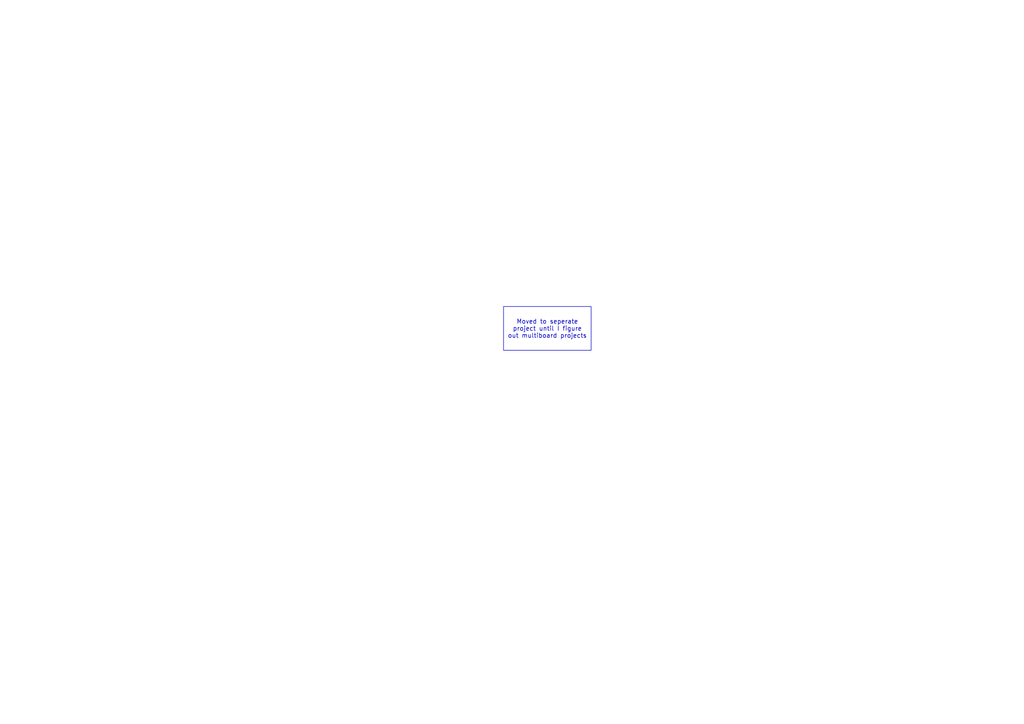
<source format=kicad_sch>
(kicad_sch
	(version 20231120)
	(generator "eeschema")
	(generator_version "8.0")
	(uuid "51e2dd05-2cf6-4f30-a60f-0da334714b0c")
	(paper "A4")
	(lib_symbols)
	(text_box "Moved to seperate project until I figure out multiboard projects"
		(exclude_from_sim no)
		(at 146.05 88.9 0)
		(size 25.4 12.7)
		(stroke
			(width 0)
			(type default)
		)
		(fill
			(type none)
		)
		(effects
			(font
				(size 1.27 1.27)
			)
		)
		(uuid "f6988efa-6a37-43f6-89fd-f8a3dd53b10d")
	)
)

</source>
